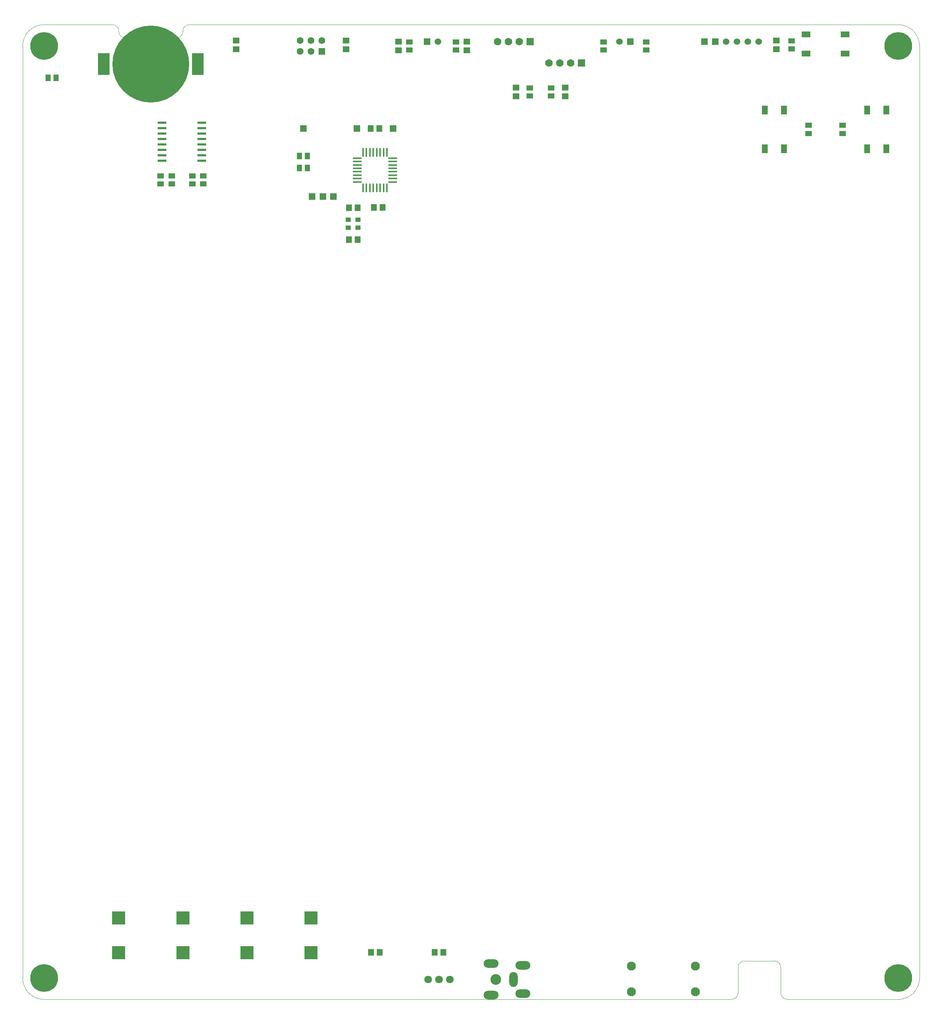
<source format=gbr>
%FSLAX46Y46*%
G04 Gerber Fmt 4.6, Leading zero omitted, Abs format (unit mm)*
G04 Created by KiCad (PCBNEW (2014-09-25 BZR 5147)-product) date Tuesday 14 October 2014 06:08:01 PM IST*
%MOMM*%
G01*
G04 APERTURE LIST*
%ADD10C,0.150000*%
%ADD11C,0.100000*%
%ADD12R,1.300480X1.498600*%
%ADD13C,6.500000*%
%ADD14R,1.524000X1.524000*%
%ADD15O,2.000000X3.500000*%
%ADD16O,3.500000X2.000000*%
%ADD17C,2.500000*%
%ADD18C,2.100000*%
%ADD19R,1.998980X0.599440*%
%ADD20R,1.498600X1.300480*%
%ADD21R,1.300480X1.049020*%
%ADD22R,0.449580X1.998980*%
%ADD23R,1.998980X0.449580*%
%ADD24R,1.600000X1.600000*%
%ADD25C,1.600000*%
%ADD26C,1.524000*%
%ADD27R,3.048000X3.048000*%
%ADD28R,1.550000X1.350000*%
%ADD29R,1.350000X1.550000*%
%ADD30C,1.778000*%
%ADD31R,1.778000X1.778000*%
%ADD32R,2.800000X5.100000*%
%ADD33C,18.000000*%
%ADD34R,1.400000X2.100000*%
%ADD35R,2.100000X1.400000*%
%ADD36C,1.800000*%
G04 APERTURE END LIST*
D10*
D11*
X220000000Y-269000000D02*
X59000000Y-269000000D01*
X233000000Y-269000000D02*
X259000000Y-269000000D01*
X231500000Y-261500000D02*
X231500000Y-267500000D01*
X221500000Y-267500000D02*
X221500000Y-261500000D01*
X231500000Y-267500000D02*
G75*
G03X233000000Y-269000000I1500000J0D01*
G74*
G01*
X220000000Y-269000000D02*
G75*
G03X221500000Y-267500000I0J1500000D01*
G74*
G01*
X231500000Y-261500000D02*
G75*
G03X230000000Y-260000000I-1500000J0D01*
G74*
G01*
X223000000Y-260000000D02*
G75*
G03X221500000Y-261500000I0J-1500000D01*
G74*
G01*
X264000000Y-46000000D02*
X264000000Y-264000000D01*
X93000000Y-41000000D02*
X259000000Y-41000000D01*
X75000000Y-41000000D02*
X59000000Y-41000000D01*
X76500000Y-42500000D02*
X76500000Y-42600000D01*
X76500000Y-42500000D02*
G75*
G03X75000000Y-41000000I-1500000J0D01*
G74*
G01*
X91500000Y-42500000D02*
X91500000Y-42600000D01*
X93000000Y-41000000D02*
G75*
G03X91500000Y-42500000I0J-1500000D01*
G74*
G01*
X90000000Y-44100000D02*
G75*
G03X91500000Y-42600000I0J1500000D01*
G74*
G01*
X76500000Y-42600000D02*
G75*
G03X78000000Y-44100000I1500000J0D01*
G74*
G01*
X84000000Y-44100000D02*
X90000000Y-44100000D01*
X84000000Y-44100000D02*
X78000000Y-44100000D01*
X54000000Y-264000000D02*
X54000000Y-46000000D01*
X259000000Y-269000000D02*
G75*
G03X264000000Y-264000000I0J5000000D01*
G74*
G01*
X264000000Y-46000000D02*
G75*
G03X259000000Y-41000000I-5000000J0D01*
G74*
G01*
X59000000Y-41000000D02*
G75*
G03X54000000Y-46000000I0J-5000000D01*
G74*
G01*
X54000000Y-264000000D02*
G75*
G03X59000000Y-269000000I5000000J0D01*
G74*
G01*
X230000000Y-260000000D02*
X223000000Y-260000000D01*
D12*
X61852500Y-53400000D03*
X59947500Y-53400000D03*
D13*
X259000000Y-264000000D03*
X59000000Y-264000000D03*
X259000000Y-46000000D03*
X59000000Y-46000000D03*
D14*
X121800000Y-81200000D03*
X124300000Y-81200000D03*
X126800000Y-81200000D03*
X140750000Y-65250000D03*
X132250000Y-65250000D03*
D15*
X168900000Y-264300000D03*
D16*
X171100000Y-261000000D03*
X171100000Y-267600000D03*
X163700000Y-260600000D03*
X163700000Y-268000000D03*
D17*
X164800000Y-264300000D03*
D18*
X211500000Y-261200000D03*
X211500000Y-267200000D03*
X196500000Y-261200000D03*
X196500000Y-267200000D03*
D19*
X86649260Y-72845000D03*
X86649260Y-71575000D03*
X86649260Y-70305000D03*
X86649260Y-69035000D03*
X86649260Y-67765000D03*
X86649260Y-66495000D03*
X86649260Y-65225000D03*
X86649260Y-63955000D03*
X95950740Y-63955000D03*
X95950740Y-65225000D03*
X95950740Y-66495000D03*
X95950740Y-67765000D03*
X95950740Y-69035000D03*
X95950740Y-70305000D03*
X95950740Y-71575000D03*
X95950740Y-72845000D03*
D20*
X86300000Y-78252500D03*
X86300000Y-76347500D03*
X88900000Y-78252500D03*
X88900000Y-76347500D03*
X93700000Y-78252500D03*
X93700000Y-76347500D03*
D21*
X132543000Y-88502500D03*
X130257000Y-86597500D03*
X132543000Y-86597500D03*
X130257000Y-88502500D03*
D22*
X133700920Y-79150360D03*
X134501020Y-79150360D03*
X135301120Y-79150360D03*
X136101220Y-79150360D03*
X136898780Y-79150360D03*
X137698880Y-79150360D03*
X138498980Y-79150360D03*
X139299080Y-79150360D03*
X139299080Y-70849640D03*
X133700920Y-70849640D03*
X134501020Y-70849640D03*
X135301120Y-70849640D03*
X136101220Y-70849640D03*
X136898780Y-70849640D03*
X137698880Y-70849640D03*
X138498980Y-70849640D03*
D23*
X140650360Y-77799080D03*
X140650360Y-76998980D03*
X140650360Y-76198880D03*
X140650360Y-75398780D03*
X140650360Y-74601220D03*
X140650360Y-73801120D03*
X140650360Y-73001020D03*
X140650360Y-72200920D03*
X132349640Y-77799080D03*
X132349640Y-76998980D03*
X132349640Y-76198880D03*
X132349640Y-75398780D03*
X132349640Y-74601220D03*
X132349640Y-73801120D03*
X132349640Y-73001020D03*
X132349640Y-72200920D03*
D24*
X124040000Y-47270000D03*
D25*
X124040000Y-44730000D03*
X121500000Y-47270000D03*
X121500000Y-44730000D03*
X118960000Y-47270000D03*
X118960000Y-44730000D03*
D20*
X144500000Y-45047500D03*
X144500000Y-46952500D03*
D14*
X148730000Y-45000000D03*
D26*
X151270000Y-45000000D03*
D20*
X155500000Y-46952500D03*
X155500000Y-45047500D03*
X190000000Y-45047500D03*
X190000000Y-46952500D03*
D14*
X196270000Y-45000000D03*
D26*
X193730000Y-45000000D03*
D20*
X200000000Y-45047500D03*
X200000000Y-46952500D03*
X234000000Y-46702500D03*
X234000000Y-44797500D03*
X96300000Y-78252500D03*
X96300000Y-76347500D03*
D27*
X76500000Y-258064000D03*
X76500000Y-249936000D03*
X121500000Y-258064000D03*
X121500000Y-249936000D03*
X106500000Y-258064000D03*
X106500000Y-249936000D03*
X91500000Y-258064000D03*
X91500000Y-249936000D03*
D28*
X230500000Y-44750000D03*
X230500000Y-46750000D03*
X158000000Y-45000000D03*
X158000000Y-47000000D03*
X142000000Y-45000000D03*
X142000000Y-47000000D03*
X129750000Y-46750000D03*
X129750000Y-44750000D03*
X104000000Y-46750000D03*
X104000000Y-44750000D03*
D29*
X135500000Y-65250000D03*
X137500000Y-65250000D03*
X136250000Y-83750000D03*
X138250000Y-83750000D03*
X132400000Y-83800000D03*
X130400000Y-83800000D03*
X132400000Y-91250000D03*
X130400000Y-91250000D03*
X135600000Y-258000000D03*
X137600000Y-258000000D03*
D14*
X213650000Y-45000000D03*
X216190000Y-45000000D03*
D26*
X218730000Y-45000000D03*
X221270000Y-45000000D03*
X223810000Y-45000000D03*
X226350000Y-45000000D03*
D28*
X181000000Y-55750000D03*
X181000000Y-57750000D03*
X169500000Y-55750000D03*
X169500000Y-57750000D03*
D20*
X177750000Y-55797500D03*
X177750000Y-57702500D03*
X172750000Y-57702500D03*
X172750000Y-55797500D03*
D30*
X165190000Y-45000000D03*
X167730000Y-45000000D03*
X170270000Y-45000000D03*
D31*
X172810000Y-45000000D03*
D30*
X177190000Y-50000000D03*
X179730000Y-50000000D03*
X182270000Y-50000000D03*
D31*
X184810000Y-50000000D03*
D32*
X95000000Y-50200000D03*
X73000000Y-50200000D03*
D33*
X84000000Y-50200000D03*
D20*
X238000000Y-66452500D03*
X238000000Y-64547500D03*
X246000000Y-66452500D03*
X246000000Y-64547500D03*
D12*
X118797500Y-74500000D03*
X120702500Y-74500000D03*
X118797500Y-71750000D03*
X120702500Y-71750000D03*
D34*
X256250000Y-60950000D03*
X256250000Y-70050000D03*
X251750000Y-70050000D03*
X251750000Y-60950000D03*
X227750000Y-70050000D03*
X227750000Y-60950000D03*
X232250000Y-60950000D03*
X232250000Y-70050000D03*
D35*
X237450000Y-43250000D03*
X246550000Y-43250000D03*
X246550000Y-47750000D03*
X237450000Y-47750000D03*
D14*
X119750000Y-65250000D03*
D29*
X150500000Y-258000000D03*
X152500000Y-258000000D03*
D36*
X148960000Y-264300000D03*
X151500000Y-264300000D03*
X154040000Y-264300000D03*
M02*

</source>
